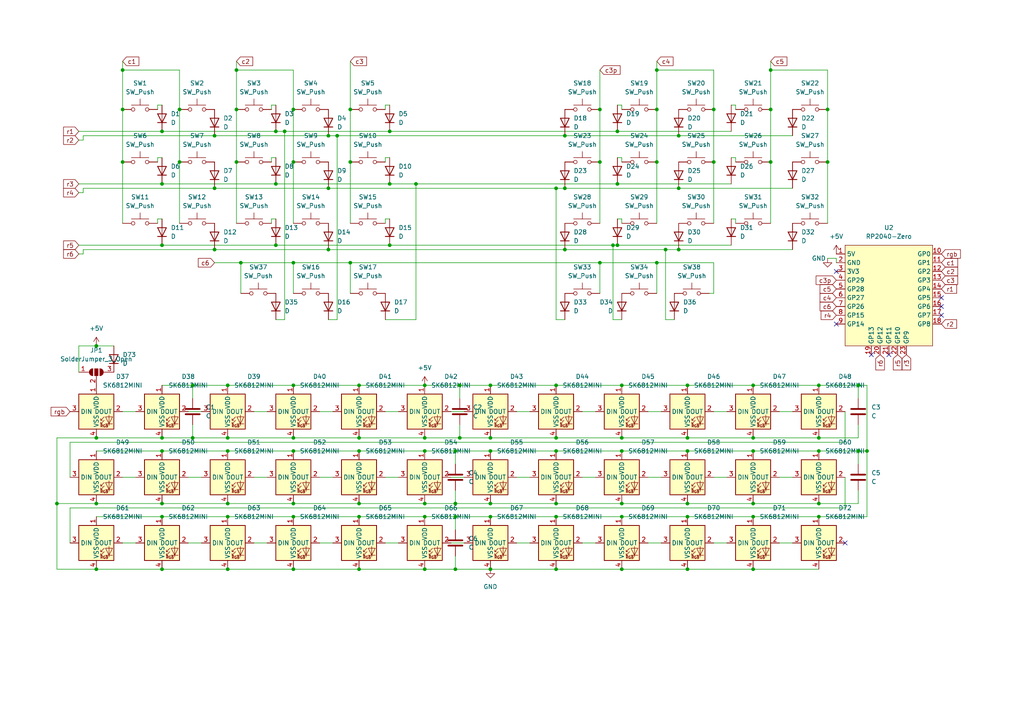
<source format=kicad_sch>
(kicad_sch (version 20230121) (generator eeschema)
  (paper "A4")
  (junction (at 223.52 20.32))
  (junction (at 199.39 127))
  (junction (at 55.88 127))
  (junction (at 190.5 76.2))
  (junction (at 223.52 46.99))
  (junction (at 179.07 53.34))
  (junction (at 123.19 111.76))
  (junction (at 218.44 130.81))
  (junction (at 196.85 54.61))
  (junction (at 66.04 127))
  (junction (at 35.56 46.99))
  (junction (at 66.04 146.05))
  (junction (at 142.24 111.76))
  (junction (at 132.08 146.05))
  (junction (at 142.24 149.86))
  (junction (at 177.8 71.12))
  (junction (at 161.29 149.86))
  (junction (at 173.99 46.99))
  (junction (at 180.34 149.86))
  (junction (at 52.07 46.99))
  (junction (at 52.07 31.75))
  (junction (at 161.29 130.81))
  (junction (at 237.49 127))
  (junction (at 27.94 146.05))
  (junction (at 161.29 127))
  (junction (at 35.56 31.75))
  (junction (at 180.34 146.05))
  (junction (at 62.23 54.61))
  (junction (at 142.24 165.1))
  (junction (at 46.99 146.05))
  (junction (at 113.03 53.34))
  (junction (at 66.04 165.1))
  (junction (at 85.09 76.2))
  (junction (at 180.34 130.81))
  (junction (at 248.92 130.81))
  (junction (at 199.39 165.1))
  (junction (at 142.24 130.81))
  (junction (at 123.19 165.1))
  (junction (at 85.09 130.81))
  (junction (at 104.14 149.86))
  (junction (at 46.99 53.34))
  (junction (at 68.58 46.99))
  (junction (at 66.04 149.86))
  (junction (at 161.29 146.05))
  (junction (at 223.52 31.75))
  (junction (at 173.99 31.75))
  (junction (at 66.04 111.76))
  (junction (at 251.46 130.81))
  (junction (at 248.92 111.76))
  (junction (at 62.23 39.37))
  (junction (at 85.09 31.75))
  (junction (at 196.85 72.39))
  (junction (at 133.35 127))
  (junction (at 80.01 71.12))
  (junction (at 218.44 146.05))
  (junction (at 190.5 46.99))
  (junction (at 190.5 31.75))
  (junction (at 97.79 39.37))
  (junction (at 104.14 127))
  (junction (at 16.51 146.05))
  (junction (at 95.25 39.37))
  (junction (at 161.29 165.1))
  (junction (at 46.99 38.1))
  (junction (at 179.07 38.1))
  (junction (at 199.39 111.76))
  (junction (at 163.83 54.61))
  (junction (at 237.49 149.86))
  (junction (at 95.25 54.61))
  (junction (at 85.09 165.1))
  (junction (at 46.99 149.86))
  (junction (at 123.19 149.86))
  (junction (at 142.24 127))
  (junction (at 132.08 165.1))
  (junction (at 207.01 46.99))
  (junction (at 163.83 39.37))
  (junction (at 80.01 38.1))
  (junction (at 113.03 38.1))
  (junction (at 190.5 20.32))
  (junction (at 218.44 111.76))
  (junction (at 180.34 127))
  (junction (at 120.65 53.34))
  (junction (at 46.99 71.12))
  (junction (at 237.49 146.05))
  (junction (at 196.85 39.37))
  (junction (at 193.04 72.39))
  (junction (at 27.94 100.33))
  (junction (at 85.09 146.05))
  (junction (at 173.99 76.2))
  (junction (at 101.6 31.75))
  (junction (at 27.94 165.1))
  (junction (at 68.58 31.75))
  (junction (at 85.09 111.76))
  (junction (at 199.39 146.05))
  (junction (at 27.94 127))
  (junction (at 104.14 111.76))
  (junction (at 68.58 20.32))
  (junction (at 237.49 130.81))
  (junction (at 69.85 76.2))
  (junction (at 85.09 46.99))
  (junction (at 123.19 146.05))
  (junction (at 132.08 130.81))
  (junction (at 180.34 165.1))
  (junction (at 123.19 127))
  (junction (at 163.83 72.39))
  (junction (at 85.09 127))
  (junction (at 95.25 72.39))
  (junction (at 104.14 146.05))
  (junction (at 104.14 130.81))
  (junction (at 35.56 20.32))
  (junction (at 161.29 111.76))
  (junction (at 46.99 165.1))
  (junction (at 240.03 31.75))
  (junction (at 199.39 149.86))
  (junction (at 113.03 71.12))
  (junction (at 62.23 72.39))
  (junction (at 123.19 130.81))
  (junction (at 46.99 127))
  (junction (at 218.44 127))
  (junction (at 133.35 111.76))
  (junction (at 82.55 38.1))
  (junction (at 142.24 146.05))
  (junction (at 218.44 165.1))
  (junction (at 240.03 46.99))
  (junction (at 199.39 130.81))
  (junction (at 46.99 130.81))
  (junction (at 66.04 130.81))
  (junction (at 80.01 53.34))
  (junction (at 237.49 111.76))
  (junction (at 55.88 111.76))
  (junction (at 207.01 31.75))
  (junction (at 218.44 149.86))
  (junction (at 132.08 149.86))
  (junction (at 101.6 46.99))
  (junction (at 180.34 111.76))
  (junction (at 179.07 71.12))
  (junction (at 104.14 165.1))
  (junction (at 101.6 76.2))
  (junction (at 85.09 149.86))
  (junction (at 161.29 54.61))
  (no_connect (at 257.81 102.87))
  (no_connect (at 242.57 93.98))
  (no_connect (at 273.05 91.44))
  (no_connect (at 273.05 86.36))
  (no_connect (at 242.57 78.74))
  (no_connect (at 273.05 88.9))
  (no_connect (at 245.11 157.48))
  (no_connect (at 252.73 102.87))
  (wire (pts (xy 111.76 138.43) (xy 115.57 138.43)))
  (wire (pts (xy 46.99 111.76) (xy 55.88 111.76)))
  (wire (pts (xy 248.92 146.05) (xy 237.49 146.05)))
  (wire (pts (xy 142.24 127) (xy 133.35 127)))
  (wire (pts (xy 161.29 130.81) (xy 180.34 130.81)))
  (wire (pts (xy 190.5 76.2) (xy 207.01 76.2)))
  (wire (pts (xy 80.01 71.12) (xy 113.03 71.12)))
  (wire (pts (xy 22.86 38.1) (xy 46.99 38.1)))
  (wire (pts (xy 20.32 147.32) (xy 20.32 157.48)))
  (wire (pts (xy 240.03 20.32) (xy 240.03 31.75)))
  (wire (pts (xy 45.72 30.48) (xy 46.99 30.48)))
  (wire (pts (xy 85.09 127) (xy 66.04 127)))
  (wire (pts (xy 62.23 54.61) (xy 95.25 54.61)))
  (wire (pts (xy 85.09 31.75) (xy 85.09 46.99)))
  (wire (pts (xy 111.76 46.99) (xy 111.76 45.72)))
  (wire (pts (xy 120.65 53.34) (xy 120.65 92.71)))
  (wire (pts (xy 104.14 130.81) (xy 123.19 130.81)))
  (wire (pts (xy 212.09 63.5) (xy 213.36 63.5)))
  (wire (pts (xy 196.85 54.61) (xy 229.87 54.61)))
  (wire (pts (xy 237.49 149.86) (xy 251.46 149.86)))
  (wire (pts (xy 78.74 64.77) (xy 78.74 63.5)))
  (wire (pts (xy 35.56 157.48) (xy 39.37 157.48)))
  (wire (pts (xy 223.52 17.78) (xy 223.52 20.32)))
  (wire (pts (xy 27.94 130.81) (xy 46.99 130.81)))
  (wire (pts (xy 161.29 111.76) (xy 180.34 111.76)))
  (wire (pts (xy 62.23 39.37) (xy 95.25 39.37)))
  (wire (pts (xy 242.57 74.93) (xy 242.57 76.2)))
  (wire (pts (xy 130.81 119.38) (xy 134.62 119.38)))
  (wire (pts (xy 101.6 76.2) (xy 173.99 76.2)))
  (wire (pts (xy 149.86 157.48) (xy 153.67 157.48)))
  (wire (pts (xy 163.83 72.39) (xy 193.04 72.39)))
  (wire (pts (xy 163.83 92.71) (xy 161.29 92.71)))
  (wire (pts (xy 16.51 146.05) (xy 27.94 146.05)))
  (wire (pts (xy 92.71 119.38) (xy 96.52 119.38)))
  (wire (pts (xy 130.81 157.48) (xy 134.62 157.48)))
  (wire (pts (xy 16.51 146.05) (xy 16.51 165.1)))
  (wire (pts (xy 78.74 45.72) (xy 80.01 45.72)))
  (wire (pts (xy 248.92 130.81) (xy 251.46 130.81)))
  (wire (pts (xy 248.92 111.76) (xy 251.46 111.76)))
  (wire (pts (xy 120.65 53.34) (xy 179.07 53.34)))
  (wire (pts (xy 133.35 111.76) (xy 142.24 111.76)))
  (wire (pts (xy 149.86 138.43) (xy 153.67 138.43)))
  (wire (pts (xy 27.94 146.05) (xy 46.99 146.05)))
  (wire (pts (xy 161.29 165.1) (xy 180.34 165.1)))
  (wire (pts (xy 101.6 76.2) (xy 101.6 85.09)))
  (wire (pts (xy 142.24 146.05) (xy 161.29 146.05)))
  (wire (pts (xy 196.85 39.37) (xy 229.87 39.37)))
  (wire (pts (xy 92.71 157.48) (xy 96.52 157.48)))
  (wire (pts (xy 82.55 38.1) (xy 113.03 38.1)))
  (wire (pts (xy 92.71 138.43) (xy 96.52 138.43)))
  (wire (pts (xy 85.09 76.2) (xy 85.09 85.09)))
  (wire (pts (xy 80.01 38.1) (xy 82.55 38.1)))
  (wire (pts (xy 16.51 127) (xy 16.51 146.05)))
  (wire (pts (xy 199.39 127) (xy 180.34 127)))
  (wire (pts (xy 218.44 130.81) (xy 237.49 130.81)))
  (wire (pts (xy 66.04 165.1) (xy 85.09 165.1)))
  (wire (pts (xy 179.07 45.72) (xy 180.34 45.72)))
  (wire (pts (xy 69.85 76.2) (xy 69.85 85.09)))
  (wire (pts (xy 132.08 149.86) (xy 132.08 153.67)))
  (wire (pts (xy 35.56 46.99) (xy 35.56 64.77)))
  (wire (pts (xy 66.04 111.76) (xy 85.09 111.76)))
  (wire (pts (xy 237.49 111.76) (xy 248.92 111.76)))
  (wire (pts (xy 161.29 54.61) (xy 163.83 54.61)))
  (wire (pts (xy 22.86 55.88) (xy 24.13 55.88)))
  (wire (pts (xy 179.07 38.1) (xy 212.09 38.1)))
  (wire (pts (xy 173.99 46.99) (xy 173.99 64.77)))
  (wire (pts (xy 104.14 149.86) (xy 85.09 149.86)))
  (wire (pts (xy 190.5 46.99) (xy 190.5 64.77)))
  (wire (pts (xy 180.34 146.05) (xy 199.39 146.05)))
  (wire (pts (xy 180.34 45.72) (xy 180.34 46.99)))
  (wire (pts (xy 104.14 111.76) (xy 123.19 111.76)))
  (wire (pts (xy 101.6 31.75) (xy 101.6 46.99)))
  (wire (pts (xy 226.06 138.43) (xy 229.87 138.43)))
  (wire (pts (xy 24.13 73.66) (xy 24.13 72.39)))
  (wire (pts (xy 113.03 38.1) (xy 179.07 38.1)))
  (wire (pts (xy 68.58 17.78) (xy 68.58 20.32)))
  (wire (pts (xy 68.58 31.75) (xy 68.58 46.99)))
  (wire (pts (xy 168.91 157.48) (xy 172.72 157.48)))
  (wire (pts (xy 35.56 31.75) (xy 35.56 46.99)))
  (wire (pts (xy 180.34 165.1) (xy 199.39 165.1)))
  (wire (pts (xy 45.72 63.5) (xy 46.99 63.5)))
  (wire (pts (xy 245.11 119.38) (xy 245.11 128.27)))
  (wire (pts (xy 248.92 111.76) (xy 248.92 115.57)))
  (wire (pts (xy 111.76 63.5) (xy 113.03 63.5)))
  (wire (pts (xy 66.04 146.05) (xy 85.09 146.05)))
  (wire (pts (xy 193.04 92.71) (xy 195.58 92.71)))
  (wire (pts (xy 123.19 127) (xy 104.14 127)))
  (wire (pts (xy 133.35 123.19) (xy 133.35 127)))
  (wire (pts (xy 251.46 130.81) (xy 251.46 149.86)))
  (wire (pts (xy 68.58 46.99) (xy 68.58 64.77)))
  (wire (pts (xy 142.24 149.86) (xy 132.08 149.86)))
  (wire (pts (xy 54.61 119.38) (xy 58.42 119.38)))
  (wire (pts (xy 22.86 71.12) (xy 46.99 71.12)))
  (wire (pts (xy 101.6 17.78) (xy 101.6 31.75)))
  (wire (pts (xy 78.74 30.48) (xy 80.01 30.48)))
  (wire (pts (xy 212.09 45.72) (xy 213.36 45.72)))
  (wire (pts (xy 82.55 38.1) (xy 82.55 92.71)))
  (wire (pts (xy 180.34 63.5) (xy 180.34 64.77)))
  (wire (pts (xy 237.49 130.81) (xy 248.92 130.81)))
  (wire (pts (xy 207.01 20.32) (xy 207.01 31.75)))
  (wire (pts (xy 173.99 20.32) (xy 173.99 31.75)))
  (wire (pts (xy 240.03 31.75) (xy 240.03 46.99)))
  (wire (pts (xy 130.81 138.43) (xy 134.62 138.43)))
  (wire (pts (xy 132.08 130.81) (xy 132.08 134.62)))
  (wire (pts (xy 168.91 138.43) (xy 172.72 138.43)))
  (wire (pts (xy 24.13 72.39) (xy 62.23 72.39)))
  (wire (pts (xy 245.11 147.32) (xy 20.32 147.32)))
  (wire (pts (xy 248.92 127) (xy 248.92 123.19)))
  (wire (pts (xy 223.52 20.32) (xy 223.52 31.75)))
  (wire (pts (xy 248.92 130.81) (xy 248.92 134.62)))
  (wire (pts (xy 80.01 92.71) (xy 82.55 92.71)))
  (wire (pts (xy 142.24 111.76) (xy 161.29 111.76)))
  (wire (pts (xy 22.86 107.95) (xy 22.86 100.33)))
  (wire (pts (xy 111.76 92.71) (xy 120.65 92.71)))
  (wire (pts (xy 207.01 138.43) (xy 210.82 138.43)))
  (wire (pts (xy 161.29 92.71) (xy 161.29 54.61)))
  (wire (pts (xy 46.99 38.1) (xy 80.01 38.1)))
  (wire (pts (xy 190.5 20.32) (xy 190.5 31.75)))
  (wire (pts (xy 104.14 146.05) (xy 123.19 146.05)))
  (wire (pts (xy 55.88 111.76) (xy 66.04 111.76)))
  (wire (pts (xy 73.66 157.48) (xy 77.47 157.48)))
  (wire (pts (xy 240.03 74.93) (xy 242.57 74.93)))
  (wire (pts (xy 80.01 53.34) (xy 113.03 53.34)))
  (wire (pts (xy 193.04 72.39) (xy 196.85 72.39)))
  (wire (pts (xy 85.09 20.32) (xy 85.09 31.75)))
  (wire (pts (xy 213.36 30.48) (xy 213.36 31.75)))
  (wire (pts (xy 199.39 130.81) (xy 218.44 130.81)))
  (wire (pts (xy 179.07 63.5) (xy 180.34 63.5)))
  (wire (pts (xy 55.88 123.19) (xy 55.88 127)))
  (wire (pts (xy 85.09 111.76) (xy 104.14 111.76)))
  (wire (pts (xy 180.34 111.76) (xy 199.39 111.76)))
  (wire (pts (xy 207.01 46.99) (xy 207.01 64.77)))
  (wire (pts (xy 22.86 73.66) (xy 24.13 73.66)))
  (wire (pts (xy 46.99 146.05) (xy 66.04 146.05)))
  (wire (pts (xy 142.24 130.81) (xy 161.29 130.81)))
  (wire (pts (xy 237.49 127) (xy 248.92 127)))
  (wire (pts (xy 20.32 128.27) (xy 20.32 138.43)))
  (wire (pts (xy 207.01 31.75) (xy 207.01 46.99)))
  (wire (pts (xy 78.74 31.75) (xy 78.74 30.48)))
  (wire (pts (xy 24.13 39.37) (xy 62.23 39.37)))
  (wire (pts (xy 248.92 142.24) (xy 248.92 146.05)))
  (wire (pts (xy 251.46 130.81) (xy 251.46 111.76)))
  (wire (pts (xy 22.86 53.34) (xy 46.99 53.34)))
  (wire (pts (xy 24.13 54.61) (xy 62.23 54.61)))
  (wire (pts (xy 95.25 72.39) (xy 163.83 72.39)))
  (wire (pts (xy 133.35 111.76) (xy 133.35 115.57)))
  (wire (pts (xy 111.76 30.48) (xy 113.03 30.48)))
  (wire (pts (xy 123.19 165.1) (xy 132.08 165.1)))
  (wire (pts (xy 190.5 17.78) (xy 190.5 20.32)))
  (wire (pts (xy 218.44 149.86) (xy 199.39 149.86)))
  (wire (pts (xy 218.44 111.76) (xy 237.49 111.76)))
  (wire (pts (xy 113.03 71.12) (xy 177.8 71.12)))
  (wire (pts (xy 101.6 46.99) (xy 101.6 64.77)))
  (wire (pts (xy 16.51 165.1) (xy 27.94 165.1)))
  (wire (pts (xy 237.49 127) (xy 218.44 127)))
  (wire (pts (xy 85.09 130.81) (xy 104.14 130.81)))
  (wire (pts (xy 223.52 46.99) (xy 223.52 64.77)))
  (wire (pts (xy 24.13 55.88) (xy 24.13 54.61)))
  (wire (pts (xy 73.66 138.43) (xy 77.47 138.43)))
  (wire (pts (xy 46.99 130.81) (xy 66.04 130.81)))
  (wire (pts (xy 180.34 149.86) (xy 161.29 149.86)))
  (wire (pts (xy 78.74 46.99) (xy 78.74 45.72)))
  (wire (pts (xy 190.5 76.2) (xy 190.5 85.09)))
  (wire (pts (xy 35.56 20.32) (xy 35.56 31.75)))
  (wire (pts (xy 54.61 157.48) (xy 58.42 157.48)))
  (wire (pts (xy 27.94 100.33) (xy 33.02 100.33)))
  (wire (pts (xy 223.52 31.75) (xy 223.52 46.99)))
  (wire (pts (xy 180.34 127) (xy 161.29 127)))
  (wire (pts (xy 190.5 31.75) (xy 190.5 46.99)))
  (wire (pts (xy 35.56 119.38) (xy 39.37 119.38)))
  (wire (pts (xy 132.08 161.29) (xy 132.08 165.1)))
  (wire (pts (xy 132.08 142.24) (xy 132.08 146.05)))
  (wire (pts (xy 132.08 130.81) (xy 142.24 130.81)))
  (wire (pts (xy 223.52 20.32) (xy 240.03 20.32)))
  (wire (pts (xy 111.76 31.75) (xy 111.76 30.48)))
  (wire (pts (xy 46.99 71.12) (xy 80.01 71.12)))
  (wire (pts (xy 207.01 119.38) (xy 210.82 119.38)))
  (wire (pts (xy 45.72 45.72) (xy 46.99 45.72)))
  (wire (pts (xy 163.83 54.61) (xy 196.85 54.61)))
  (wire (pts (xy 213.36 45.72) (xy 213.36 46.99)))
  (wire (pts (xy 212.09 30.48) (xy 213.36 30.48)))
  (wire (pts (xy 177.8 71.12) (xy 179.07 71.12)))
  (wire (pts (xy 62.23 72.39) (xy 95.25 72.39)))
  (wire (pts (xy 66.04 130.81) (xy 85.09 130.81)))
  (wire (pts (xy 52.07 31.75) (xy 52.07 46.99)))
  (wire (pts (xy 173.99 76.2) (xy 173.99 85.09)))
  (wire (pts (xy 123.19 111.76) (xy 133.35 111.76)))
  (wire (pts (xy 85.09 146.05) (xy 104.14 146.05)))
  (wire (pts (xy 218.44 146.05) (xy 237.49 146.05)))
  (wire (pts (xy 85.09 76.2) (xy 101.6 76.2)))
  (wire (pts (xy 196.85 72.39) (xy 229.87 72.39)))
  (wire (pts (xy 20.32 128.27) (xy 245.11 128.27)))
  (wire (pts (xy 45.72 31.75) (xy 45.72 30.48)))
  (wire (pts (xy 95.25 92.71) (xy 97.79 92.71)))
  (wire (pts (xy 54.61 138.43) (xy 58.42 138.43)))
  (wire (pts (xy 66.04 149.86) (xy 46.99 149.86)))
  (wire (pts (xy 113.03 53.34) (xy 120.65 53.34)))
  (wire (pts (xy 133.35 127) (xy 123.19 127)))
  (wire (pts (xy 245.11 138.43) (xy 245.11 147.32)))
  (wire (pts (xy 27.94 165.1) (xy 46.99 165.1)))
  (wire (pts (xy 24.13 40.64) (xy 24.13 39.37)))
  (wire (pts (xy 199.39 149.86) (xy 180.34 149.86)))
  (wire (pts (xy 68.58 20.32) (xy 68.58 31.75)))
  (wire (pts (xy 161.29 146.05) (xy 180.34 146.05)))
  (wire (pts (xy 179.07 71.12) (xy 212.09 71.12)))
  (wire (pts (xy 149.86 119.38) (xy 153.67 119.38)))
  (wire (pts (xy 52.07 20.32) (xy 52.07 31.75)))
  (wire (pts (xy 46.99 127) (xy 27.94 127)))
  (wire (pts (xy 132.08 146.05) (xy 142.24 146.05)))
  (wire (pts (xy 45.72 64.77) (xy 45.72 63.5)))
  (wire (pts (xy 187.96 157.48) (xy 191.77 157.48)))
  (wire (pts (xy 190.5 20.32) (xy 207.01 20.32)))
  (wire (pts (xy 62.23 76.2) (xy 69.85 76.2)))
  (wire (pts (xy 78.74 63.5) (xy 80.01 63.5)))
  (wire (pts (xy 177.8 71.12) (xy 177.8 92.71)))
  (wire (pts (xy 104.14 165.1) (xy 123.19 165.1)))
  (wire (pts (xy 132.08 165.1) (xy 142.24 165.1)))
  (wire (pts (xy 207.01 157.48) (xy 210.82 157.48)))
  (wire (pts (xy 68.58 20.32) (xy 85.09 20.32)))
  (wire (pts (xy 177.8 92.71) (xy 180.34 92.71)))
  (wire (pts (xy 45.72 46.99) (xy 45.72 45.72)))
  (wire (pts (xy 123.19 149.86) (xy 104.14 149.86)))
  (wire (pts (xy 85.09 165.1) (xy 104.14 165.1)))
  (wire (pts (xy 46.99 165.1) (xy 66.04 165.1)))
  (wire (pts (xy 97.79 39.37) (xy 163.83 39.37)))
  (wire (pts (xy 218.44 165.1) (xy 237.49 165.1)))
  (wire (pts (xy 111.76 157.48) (xy 115.57 157.48)))
  (wire (pts (xy 104.14 127) (xy 85.09 127)))
  (wire (pts (xy 35.56 138.43) (xy 39.37 138.43)))
  (wire (pts (xy 187.96 119.38) (xy 191.77 119.38)))
  (wire (pts (xy 213.36 63.5) (xy 213.36 64.77)))
  (wire (pts (xy 237.49 149.86) (xy 218.44 149.86)))
  (wire (pts (xy 199.39 165.1) (xy 218.44 165.1)))
  (wire (pts (xy 173.99 76.2) (xy 190.5 76.2)))
  (wire (pts (xy 193.04 72.39) (xy 193.04 92.71)))
  (wire (pts (xy 55.88 111.76) (xy 55.88 115.57)))
  (wire (pts (xy 85.09 46.99) (xy 85.09 64.77)))
  (wire (pts (xy 35.56 17.78) (xy 35.56 20.32)))
  (wire (pts (xy 240.03 46.99) (xy 240.03 64.77)))
  (wire (pts (xy 163.83 39.37) (xy 196.85 39.37)))
  (wire (pts (xy 199.39 146.05) (xy 218.44 146.05)))
  (wire (pts (xy 52.07 46.99) (xy 52.07 64.77)))
  (wire (pts (xy 55.88 127) (xy 46.99 127)))
  (wire (pts (xy 218.44 127) (xy 199.39 127)))
  (wire (pts (xy 97.79 39.37) (xy 97.79 92.71)))
  (wire (pts (xy 27.94 127) (xy 16.51 127)))
  (wire (pts (xy 73.66 119.38) (xy 77.47 119.38)))
  (wire (pts (xy 168.91 119.38) (xy 172.72 119.38)))
  (wire (pts (xy 35.56 20.32) (xy 52.07 20.32)))
  (wire (pts (xy 142.24 165.1) (xy 161.29 165.1)))
  (wire (pts (xy 95.25 39.37) (xy 97.79 39.37)))
  (wire (pts (xy 22.86 40.64) (xy 24.13 40.64)))
  (wire (pts (xy 95.25 54.61) (xy 161.29 54.61)))
  (wire (pts (xy 226.06 157.48) (xy 229.87 157.48)))
  (wire (pts (xy 180.34 130.81) (xy 199.39 130.81)))
  (wire (pts (xy 161.29 127) (xy 142.24 127)))
  (wire (pts (xy 46.99 53.34) (xy 80.01 53.34)))
  (wire (pts (xy 85.09 149.86) (xy 66.04 149.86)))
  (wire (pts (xy 123.19 146.05) (xy 132.08 146.05)))
  (wire (pts (xy 199.39 111.76) (xy 218.44 111.76)))
  (wire (pts (xy 205.74 85.09) (xy 207.01 85.09)))
  (wire (pts (xy 207.01 76.2) (xy 207.01 85.09)))
  (wire (pts (xy 22.86 100.33) (xy 27.94 100.33)))
  (wire (pts (xy 66.04 127) (xy 55.88 127)))
  (wire (pts (xy 123.19 130.81) (xy 132.08 130.81)))
  (wire (pts (xy 179.07 30.48) (xy 180.34 30.48)))
  (wire (pts (xy 46.99 149.86) (xy 27.94 149.86)))
  (wire (pts (xy 111.76 64.77) (xy 111.76 63.5)))
  (wire (pts (xy 179.07 53.34) (xy 212.09 53.34)))
  (wire (pts (xy 180.34 30.48) (xy 180.34 31.75)))
  (wire (pts (xy 187.96 138.43) (xy 191.77 138.43)))
  (wire (pts (xy 111.76 119.38) (xy 115.57 119.38)))
  (wire (pts (xy 161.29 149.86) (xy 142.24 149.86)))
  (wire (pts (xy 111.76 45.72) (xy 113.03 45.72)))
  (wire (pts (xy 173.99 31.75) (xy 173.99 46.99)))
  (wire (pts (xy 226.06 119.38) (xy 229.87 119.38)))
  (wire (pts (xy 69.85 76.2) (xy 85.09 76.2)))
  (wire (pts (xy 132.08 149.86) (xy 123.19 149.86)))
  (global_label "rgb" (shape input) (at 20.32 119.38 180) (property "Intersheetrefs" "${INTERSHEET_REFS}" (effects hide)))
  (global_label "r6" (shape input) (at 255.27 102.87 270) (property "Intersheetrefs" "${INTERSHEET_REFS}" (effects hide)))
  (global_label "c4" (shape input) (at 190.5 17.78 0) (property "Intersheetrefs" "${INTERSHEET_REFS}" (effects hide)))
  (global_label "c6" (shape input) (at 242.57 88.9 180) (property "Intersheetrefs" "${INTERSHEET_REFS}" (effects hide)))
  (global_label "r6" (shape input) (at 22.86 73.66 180) (property "Intersheetrefs" "${INTERSHEET_REFS}" (effects hide)))
  (global_label "c5" (shape input) (at 242.57 83.82 180) (property "Intersheetrefs" "${INTERSHEET_REFS}" (effects hide)))
  (global_label "r2" (shape input) (at 22.86 40.64 180) (property "Intersheetrefs" "${INTERSHEET_REFS}" (effects hide)))
  (global_label "c5" (shape input) (at 223.52 17.78 0) (property "Intersheetrefs" "${INTERSHEET_REFS}" (effects hide)))
  (global_label "c1" (shape input) (at 35.56 17.78 0) (property "Intersheetrefs" "${INTERSHEET_REFS}" (effects hide)))
  (global_label "r2" (shape input) (at 273.05 93.98 0) (property "Intersheetrefs" "${INTERSHEET_REFS}" (effects hide)))
  (global_label "r4" (shape input) (at 22.86 55.88 180) (property "Intersheetrefs" "${INTERSHEET_REFS}" (effects hide)))
  (global_label "r1" (shape input) (at 273.05 83.82 0) (property "Intersheetrefs" "${INTERSHEET_REFS}" (effects hide)))
  (global_label "c1" (shape input) (at 273.05 76.2 0) (property "Intersheetrefs" "${INTERSHEET_REFS}" (effects hide)))
  (global_label "r3" (shape input) (at 22.86 53.34 180) (property "Intersheetrefs" "${INTERSHEET_REFS}" (effects hide)))
  (global_label "c2" (shape input) (at 68.58 17.78 0) (property "Intersheetrefs" "${INTERSHEET_REFS}" (effects hide)))
  (global_label "c3p" (shape input) (at 242.57 81.28 180) (property "Intersheetrefs" "${INTERSHEET_REFS}" (effects hide)))
  (global_label "c3p" (shape input) (at 173.99 20.32 0) (property "Intersheetrefs" "${INTERSHEET_REFS}" (effects hide)))
  (global_label "r4" (shape input) (at 242.57 91.44 180) (property "Intersheetrefs" "${INTERSHEET_REFS}" (effects hide)))
  (global_label "c6" (shape input) (at 62.23 76.2 180) (property "Intersheetrefs" "${INTERSHEET_REFS}" (effects hide)))
  (global_label "r1" (shape input) (at 22.86 38.1 180) (property "Intersheetrefs" "${INTERSHEET_REFS}" (effects hide)))
  (global_label "r5" (shape input) (at 22.86 71.12 180) (property "Intersheetrefs" "${INTERSHEET_REFS}" (effects hide)))
  (global_label "c3" (shape input) (at 101.6 17.78 0) (property "Intersheetrefs" "${INTERSHEET_REFS}" (effects hide)))
  (global_label "r3" (shape input) (at 262.89 102.87 270) (property "Intersheetrefs" "${INTERSHEET_REFS}" (effects hide)))
  (global_label "r5" (shape input) (at 260.35 102.87 270) (property "Intersheetrefs" "${INTERSHEET_REFS}" (effects hide)))
  (global_label "c3" (shape input) (at 273.05 81.28 0) (property "Intersheetrefs" "${INTERSHEET_REFS}" (effects hide)))
  (global_label "rgb" (shape input) (at 273.05 73.66 0) (property "Intersheetrefs" "${INTERSHEET_REFS}" (effects hide)))
  (global_label "c4" (shape input) (at 242.57 86.36 180) (property "Intersheetrefs" "${INTERSHEET_REFS}" (effects hide)))
  (global_label "c2" (shape input) (at 273.05 78.74 0) (property "Intersheetrefs" "${INTERSHEET_REFS}" (effects hide)))
  (symbol (lib_id "PCM_marbastlib-various:SK6812MINI-E") (at 46.99 119.38 0) (unit 1)
    (property "Reference" "D38" (at 54.61 109.22 0))
    (property "Value" "SK6812MINI" (at 54.61 111.76 0))
    (property "Footprint" "PCM_marbastlib-various:LED_6028R" (effects hide))
    (property "Datasheet" "https://cdn-shop.adafruit.com/product-files/2686/SK6812MINI_REV.01-1-2.pdf" (effects hide))
  )
  (symbol (lib_id "Device:D") (at 46.99 67.31 90) (unit 1)
    (property "Reference" "D11" (at 49.53 66.04 90) (effects (justify right)))
    (property "Value" "D" (at 49.53 68.58 90) (effects (justify right)))
    (property "Footprint" "Diode_SMD:D_SOD-123" (effects hide))
    (property "Sim.Device" "D" (effects hide))
    (property "Sim.Pins" "1=K 2=A" (effects hide))
  )
  (symbol (lib_id "Switch:SW_Push") (at 90.17 85.09 0) (unit 1)
    (property "Reference" "SW16" (at 90.17 77.47 0))
    (property "Value" "SW_Push" (at 90.17 80.01 0))
    (property "Footprint" "s-ol:PG1350_hotswap" (effects hide))
  )
  (symbol (lib_id "Switch:SW_Push") (at 106.68 46.99 0) (unit 1)
    (property "Reference" "SW10" (at 106.68 39.37 0))
    (property "Value" "SW_Push" (at 106.68 41.91 0))
    (property "Footprint" "s-ol:PG1350_hotswap" (effects hide))
  )
  (symbol (lib_id "PCM_marbastlib-various:SK6812MINI-E") (at 123.19 138.43 0) (unit 1)
    (property "Reference" "D54" (at 130.81 128.27 0))
    (property "Value" "SK6812MINI" (at 130.81 130.81 0))
    (property "Footprint" "PCM_marbastlib-various:LED_6028R" (effects hide))
    (property "Datasheet" "https://cdn-shop.adafruit.com/product-files/2686/SK6812MINI_REV.01-1-2.pdf" (effects hide))
  )
  (symbol (lib_id "Device:C") (at 132.08 138.43 0) (unit 1)
    (property "Reference" "C4" (at 135.89 137.16 0) (effects (justify left)))
    (property "Value" "C" (at 135.89 139.7 0) (effects (justify left)))
    (property "Footprint" "Capacitor_SMD:C_0603_1608Metric_Pad1.08x0.95mm_HandSolder" (effects hide))
  )
  (symbol (lib_id "Device:D") (at 95.25 88.9 90) (unit 1)
    (property "Reference" "D16" (at 97.79 87.63 90) (effects (justify right)))
    (property "Value" "D" (at 97.79 90.17 90) (effects (justify right)))
    (property "Footprint" "Diode_SMD:D_SOD-123" (effects hide))
    (property "Sim.Device" "D" (effects hide))
    (property "Sim.Pins" "1=K 2=A" (effects hide))
  )
  (symbol (lib_id "Device:D") (at 229.87 35.56 90) (unit 1)
    (property "Reference" "D22" (at 232.41 34.29 90) (effects (justify right)))
    (property "Value" "D" (at 232.41 36.83 90) (effects (justify right)))
    (property "Footprint" "Diode_SMD:D_SOD-123" (effects hide))
    (property "Sim.Device" "D" (effects hide))
    (property "Sim.Pins" "1=K 2=A" (effects hide))
  )
  (symbol (lib_id "Switch:SW_Push") (at 168.91 85.09 0) (unit 1)
    (property "Reference" "SW33" (at 168.91 77.47 0))
    (property "Value" "SW_Push" (at 168.91 80.01 0))
    (property "Footprint" "s-ol:PG1350_hotswap" (effects hide))
  )
  (symbol (lib_id "Switch:SW_Push") (at 218.44 46.99 0) (unit 1)
    (property "Reference" "SW26" (at 218.44 39.37 0))
    (property "Value" "SW_Push" (at 218.44 41.91 0))
    (property "Footprint" "s-ol:PG1350_hotswap" (effects hide))
  )
  (symbol (lib_id "Device:D") (at 46.99 49.53 90) (unit 1)
    (property "Reference" "D6" (at 49.53 48.26 90) (effects (justify right)))
    (property "Value" "D" (at 49.53 50.8 90) (effects (justify right)))
    (property "Footprint" "Diode_SMD:D_SOD-123" (effects hide))
    (property "Sim.Device" "D" (effects hide))
    (property "Sim.Pins" "1=K 2=A" (effects hide))
  )
  (symbol (lib_id "PCM_marbastlib-various:SK6812MINI-E") (at 27.94 138.43 0) (unit 1)
    (property "Reference" "D49" (at 35.56 128.27 0))
    (property "Value" "SK6812MINI" (at 35.56 130.81 0))
    (property "Footprint" "PCM_marbastlib-various:LED_6028R" (effects hide))
    (property "Datasheet" "https://cdn-shop.adafruit.com/product-files/2686/SK6812MINI_REV.01-1-2.pdf" (effects hide))
  )
  (symbol (lib_id "Device:D") (at 95.25 50.8 90) (unit 1)
    (property "Reference" "D9" (at 97.79 49.53 90) (effects (justify right)))
    (property "Value" "D" (at 97.79 52.07 90) (effects (justify right)))
    (property "Footprint" "Diode_SMD:D_SOD-123" (effects hide))
    (property "Sim.Device" "D" (effects hide))
    (property "Sim.Pins" "1=K 2=A" (effects hide))
  )
  (symbol (lib_id "RP2040-Zero:RP2040-Zero") (at 257.81 78.74 0) (unit 1)
    (property "Reference" "U2" (at 257.81 66.04 0))
    (property "Value" "RP2040-Zero" (at 257.81 68.58 0))
    (property "Footprint" "RP2040-Zero:RP2040 Zero" (effects hide))
  )
  (symbol (lib_id "Device:D") (at 179.07 34.29 90) (unit 1)
    (property "Reference" "D19" (at 181.61 33.02 90) (effects (justify right)))
    (property "Value" "D" (at 181.61 35.56 90) (effects (justify right)))
    (property "Footprint" "Diode_SMD:D_SOD-123" (effects hide))
    (property "Sim.Device" "D" (effects hide))
    (property "Sim.Pins" "1=K 2=A" (effects hide))
  )
  (symbol (lib_id "PCM_marbastlib-various:SK6812MINI-E") (at 218.44 138.43 0) (unit 1)
    (property "Reference" "D59" (at 226.06 128.27 0))
    (property "Value" "SK6812MINI" (at 226.06 130.81 0))
    (property "Footprint" "PCM_marbastlib-various:LED_6028R" (effects hide))
    (property "Datasheet" "https://cdn-shop.adafruit.com/product-files/2686/SK6812MINI_REV.01-1-2.pdf" (effects hide))
  )
  (symbol (lib_id "PCM_marbastlib-various:SK6812MINI-E") (at 123.19 157.48 0) (unit 1)
    (property "Reference" "D66" (at 130.81 147.32 0))
    (property "Value" "SK6812MINI" (at 130.81 149.86 0))
    (property "Footprint" "PCM_marbastlib-various:LED_6028R" (effects hide))
    (property "Datasheet" "https://cdn-shop.adafruit.com/product-files/2686/SK6812MINI_REV.01-1-2.pdf" (effects hide))
  )
  (symbol (lib_id "PCM_marbastlib-various:SK6812MINI-E") (at 66.04 119.38 0) (unit 1)
    (property "Reference" "D39" (at 73.66 109.22 0))
    (property "Value" "SK6812MINI" (at 73.66 111.76 0))
    (property "Footprint" "PCM_marbastlib-various:LED_6028R" (effects hide))
    (property "Datasheet" "https://cdn-shop.adafruit.com/product-files/2686/SK6812MINI_REV.01-1-2.pdf" (effects hide))
  )
  (symbol (lib_id "Device:D") (at 33.02 104.14 90) (unit 1)
    (property "Reference" "D73" (at 35.56 102.87 90) (effects (justify right)))
    (property "Value" "D" (at 35.56 105.41 90) (effects (justify right)))
    (property "Footprint" "Diode_SMD:D_SOD-123" (effects hide))
    (property "Sim.Device" "D" (effects hide))
    (property "Sim.Pins" "1=K 2=A" (effects hide))
  )
  (symbol (lib_id "Device:D") (at 95.25 35.56 90) (unit 1)
    (property "Reference" "D4" (at 97.79 34.29 90) (effects (justify right)))
    (property "Value" "D" (at 97.79 36.83 90) (effects (justify right)))
    (property "Footprint" "Diode_SMD:D_SOD-123" (effects hide))
    (property "Sim.Device" "D" (effects hide))
    (property "Sim.Pins" "1=K 2=A" (effects hide))
  )
  (symbol (lib_id "PCM_marbastlib-various:SK6812MINI-E") (at 161.29 157.48 0) (unit 1)
    (property "Reference" "D68" (at 168.91 147.32 0))
    (property "Value" "SK6812MINI" (at 168.91 149.86 0))
    (property "Footprint" "PCM_marbastlib-various:LED_6028R" (effects hide))
    (property "Datasheet" "https://cdn-shop.adafruit.com/product-files/2686/SK6812MINI_REV.01-1-2.pdf" (effects hide))
  )
  (symbol (lib_id "Switch:SW_Push") (at 185.42 64.77 0) (unit 1)
    (property "Reference" "SW29" (at 185.42 57.15 0))
    (property "Value" "SW_Push" (at 185.42 59.69 0))
    (property "Footprint" "s-ol:PG1350_hotswap" (effects hide))
  )
  (symbol (lib_id "power:+5V") (at 242.57 73.66 0) (unit 1)
    (property "Reference" "#PWR02" (effects hide))
    (property "Value" "+5V" (at 242.57 68.58 0))
  )
  (symbol (lib_id "Switch:SW_Push") (at 106.68 85.09 0) (unit 1)
    (property "Reference" "SW17" (at 106.68 77.47 0))
    (property "Value" "SW_Push" (at 106.68 80.01 0))
    (property "Footprint" "s-ol:PG1350_hotswap" (effects hide))
  )
  (symbol (lib_id "PCM_marbastlib-various:SK6812MINI-E") (at 218.44 119.38 0) (unit 1)
    (property "Reference" "D47" (at 226.06 109.22 0))
    (property "Value" "SK6812MINI" (at 226.06 111.76 0))
    (property "Footprint" "PCM_marbastlib-various:LED_6028R" (effects hide))
    (property "Datasheet" "https://cdn-shop.adafruit.com/product-files/2686/SK6812MINI_REV.01-1-2.pdf" (effects hide))
  )
  (symbol (lib_id "PCM_marbastlib-various:SK6812MINI-E") (at 142.24 157.48 0) (unit 1)
    (property "Reference" "D67" (at 149.86 147.32 0))
    (property "Value" "SK6812MINI" (at 149.86 149.86 0))
    (property "Footprint" "PCM_marbastlib-various:LED_6028R" (effects hide))
    (property "Datasheet" "https://cdn-shop.adafruit.com/product-files/2686/SK6812MINI_REV.01-1-2.pdf" (effects hide))
  )
  (symbol (lib_id "Jumper:SolderJumper_3_Open") (at 27.94 107.95 0) (unit 1)
    (property "Reference" "JP1" (at 27.94 101.6 0))
    (property "Value" "SolderJumper_3_Open" (at 27.94 104.14 0))
    (property "Footprint" "Jumper:SolderJumper-3_P1.3mm_Open_RoundedPad1.0x1.5mm" (effects hide))
  )
  (symbol (lib_id "Switch:SW_Push") (at 90.17 64.77 0) (unit 1)
    (property "Reference" "SW14" (at 90.17 57.15 0))
    (property "Value" "SW_Push" (at 90.17 59.69 0))
    (property "Footprint" "s-ol:PG1350_hotswap" (effects hide))
  )
  (symbol (lib_id "power:GND") (at 142.24 165.1 0) (unit 1)
    (property "Reference" "#PWR04" (effects hide))
    (property "Value" "GND" (at 142.24 170.18 0))
  )
  (symbol (lib_id "PCM_marbastlib-various:SK6812MINI-E") (at 123.19 119.38 0) (unit 1)
    (property "Reference" "D42" (at 130.81 109.22 0))
    (property "Value" "SK6812MINI" (at 130.81 111.76 0))
    (property "Footprint" "PCM_marbastlib-various:LED_6028R" (effects hide))
    (property "Datasheet" "https://cdn-shop.adafruit.com/product-files/2686/SK6812MINI_REV.01-1-2.pdf" (effects hide))
  )
  (symbol (lib_id "Device:D") (at 80.01 67.31 90) (unit 1)
    (property "Reference" "D13" (at 82.55 66.04 90) (effects (justify right)))
    (property "Value" "D" (at 82.55 68.58 90) (effects (justify right)))
    (property "Footprint" "Diode_SMD:D_SOD-123" (effects hide))
    (property "Sim.Device" "D" (effects hide))
    (property "Sim.Pins" "1=K 2=A" (effects hide))
  )
  (symbol (lib_id "PCM_marbastlib-various:SK6812MINI-E") (at 180.34 138.43 0) (unit 1)
    (property "Reference" "D57" (at 187.96 128.27 0))
    (property "Value" "SK6812MINI" (at 187.96 130.81 0))
    (property "Footprint" "PCM_marbastlib-various:LED_6028R" (effects hide))
    (property "Datasheet" "https://cdn-shop.adafruit.com/product-files/2686/SK6812MINI_REV.01-1-2.pdf" (effects hide))
  )
  (symbol (lib_id "Switch:SW_Push") (at 57.15 64.77 0) (unit 1)
    (property "Reference" "SW12" (at 57.15 57.15 0))
    (property "Value" "SW_Push" (at 57.15 59.69 0))
    (property "Footprint" "s-ol:PG1350_hotswap" (effects hide))
  )
  (symbol (lib_id "Switch:SW_Push") (at 234.95 64.77 0) (unit 1)
    (property "Reference" "SW32" (at 234.95 57.15 0))
    (property "Value" "SW_Push" (at 234.95 59.69 0))
    (property "Footprint" "s-ol:PG1350_hotswap" (effects hide))
  )
  (symbol (lib_id "PCM_marbastlib-various:SK6812MINI-E") (at 85.09 157.48 0) (unit 1)
    (property "Reference" "D64" (at 92.71 147.32 0))
    (property "Value" "SK6812MINI" (at 92.71 149.86 0))
    (property "Footprint" "PCM_marbastlib-various:LED_6028R" (effects hide))
    (property "Datasheet" "https://cdn-shop.adafruit.com/product-files/2686/SK6812MINI_REV.01-1-2.pdf" (effects hide))
  )
  (symbol (lib_id "PCM_marbastlib-various:SK6812MINI-E") (at 237.49 157.48 0) (unit 1)
    (property "Reference" "D72" (at 245.11 147.32 0))
    (property "Value" "SK6812MINI" (at 245.11 149.86 0))
    (property "Footprint" "PCM_marbastlib-various:LED_6028R" (effects hide))
    (property "Datasheet" "https://cdn-shop.adafruit.com/product-files/2686/SK6812MINI_REV.01-1-2.pdf" (effects hide))
  )
  (symbol (lib_id "PCM_marbastlib-various:SK6812MINI-E") (at 104.14 138.43 0) (unit 1)
    (property "Reference" "D53" (at 111.76 128.27 0))
    (property "Value" "SK6812MINI" (at 111.76 130.81 0))
    (property "Footprint" "PCM_marbastlib-various:LED_6028R" (effects hide))
    (property "Datasheet" "https://cdn-shop.adafruit.com/product-files/2686/SK6812MINI_REV.01-1-2.pdf" (effects hide))
  )
  (symbol (lib_id "Switch:SW_Push") (at 74.93 85.09 0) (unit 1)
    (property "Reference" "SW37" (at 74.93 77.47 0))
    (property "Value" "SW_Push" (at 74.93 80.01 0))
    (property "Footprint" "s-ol:PG1350_hotswap" (effects hide))
  )
  (symbol (lib_id "Switch:SW_Push") (at 57.15 46.99 0) (unit 1)
    (property "Reference" "SW7" (at 57.15 39.37 0))
    (property "Value" "SW_Push" (at 57.15 41.91 0))
    (property "Footprint" "s-ol:PG1350_hotswap" (effects hide))
  )
  (symbol (lib_id "Device:D") (at 196.85 68.58 90) (unit 1)
    (property "Reference" "D30" (at 199.39 67.31 90) (effects (justify right)))
    (property "Value" "D" (at 199.39 69.85 90) (effects (justify right)))
    (property "Footprint" "Diode_SMD:D_SOD-123" (effects hide))
    (property "Sim.Device" "D" (effects hide))
    (property "Sim.Pins" "1=K 2=A" (effects hide))
  )
  (symbol (lib_id "PCM_marbastlib-various:SK6812MINI-E") (at 218.44 157.48 0) (unit 1)
    (property "Reference" "D71" (at 226.06 147.32 0))
    (property "Value" "SK6812MINI" (at 226.06 149.86 0))
    (property "Footprint" "PCM_marbastlib-various:LED_6028R" (effects hide))
    (property "Datasheet" "https://cdn-shop.adafruit.com/product-files/2686/SK6812MINI_REV.01-1-2.pdf" (effects hide))
  )
  (symbol (lib_id "Device:D") (at 212.09 49.53 90) (unit 1)
    (property "Reference" "D26" (at 214.63 48.26 90) (effects (justify right)))
    (property "Value" "D" (at 214.63 50.8 90) (effects (justify right)))
    (property "Footprint" "Diode_SMD:D_SOD-123" (effects hide))
    (property "Sim.Device" "D" (effects hide))
    (property "Sim.Pins" "1=K 2=A" (effects hide))
  )
  (symbol (lib_id "Device:D") (at 179.07 49.53 90) (unit 1)
    (property "Reference" "D24" (at 181.61 48.26 90) (effects (justify right)))
    (property "Value" "D" (at 181.61 50.8 90) (effects (justify right)))
    (property "Footprint" "Diode_SMD:D_SOD-123" (effects hide))
    (property "Sim.Device" "D" (effects hide))
    (property "Sim.Pins" "1=K 2=A" (effects hide))
  )
  (symbol (lib_id "Device:D") (at 80.01 49.53 90) (unit 1)
    (property "Reference" "D8" (at 82.55 48.26 90) (effects (justify right)))
    (property "Value" "D" (at 82.55 50.8 90) (effects (justify right)))
    (property "Footprint" "Diode_SMD:D_SOD-123" (effects hide))
    (property "Sim.Device" "D" (effects hide))
    (property "Sim.Pins" "1=K 2=A" (effects hide))
  )
  (symbol (lib_id "PCM_marbastlib-various:SK6812MINI-E") (at 46.99 138.43 0) (unit 1)
    (property "Reference" "D50" (at 54.61 128.27 0))
    (property "Value" "SK6812MINI" (at 54.61 130.81 0))
    (property "Footprint" "PCM_marbastlib-various:LED_6028R" (effects hide))
    (property "Datasheet" "https://cdn-shop.adafruit.com/product-files/2686/SK6812MINI_REV.01-1-2.pdf" (effects hide))
  )
  (symbol (lib_id "PCM_marbastlib-various:SK6812MINI-E") (at 66.04 138.43 0) (unit 1)
    (property "Reference" "D51" (at 73.66 128.27 0))
    (property "Value" "SK6812MINI" (at 73.66 130.81 0))
    (property "Footprint" "PCM_marbastlib-various:LED_6028R" (effects hide))
    (property "Datasheet" "https://cdn-shop.adafruit.com/product-files/2686/SK6812MINI_REV.01-1-2.pdf" (effects hide))
  )
  (symbol (lib_id "Device:D") (at 62.23 35.56 90) (unit 1)
    (property "Reference" "D2" (at 64.77 34.29 90) (effects (justify right)))
    (property "Value" "D" (at 64.77 36.83 90) (effects (justify right)))
    (property "Footprint" "Diode_SMD:D_SOD-123" (effects hide))
    (property "Sim.Device" "D" (effects hide))
    (property "Sim.Pins" "1=K 2=A" (effects hide))
  )
  (symbol (lib_id "Device:C") (at 55.88 119.38 0) (unit 1)
    (property "Reference" "C1" (at 59.69 118.11 0) (effects (justify left)))
    (property "Value" "C" (at 59.69 120.65 0) (effects (justify left)))
    (property "Footprint" "Capacitor_SMD:C_0603_1608Metric_Pad1.08x0.95mm_HandSolder" (effects hide))
  )
  (symbol (lib_id "Device:D") (at 180.34 88.9 270) (mirror x) (unit 1)
    (property "Reference" "D34" (at 177.8 87.63 90) (effects (justify right)))
    (property "Value" "D" (at 177.8 90.17 90) (effects (justify right)))
    (property "Footprint" "Diode_SMD:D_SOD-123" (effects hide))
    (property "Sim.Device" "D" (effects hide))
    (property "Sim.Pins" "1=K 2=A" (effects hide))
  )
  (symbol (lib_id "Device:D") (at 163.83 68.58 90) (unit 1)
    (property "Reference" "D28" (at 166.37 67.31 90) (effects (justify right)))
    (property "Value" "D" (at 166.37 69.85 90) (effects (justify right)))
    (property "Footprint" "Diode_SMD:D_SOD-123" (effects hide))
    (property "Sim.Device" "D" (effects hide))
    (property "Sim.Pins" "1=K 2=A" (effects hide))
  )
  (symbol (lib_id "Device:D") (at 113.03 34.29 90) (unit 1)
    (property "Reference" "D5" (at 115.57 33.02 90) (effects (justify right)))
    (property "Value" "D" (at 115.57 35.56 90) (effects (justify right)))
    (property "Footprint" "Diode_SMD:D_SOD-123" (effects hide))
    (property "Sim.Device" "D" (effects hide))
    (property "Sim.Pins" "1=K 2=A" (effects hide))
  )
  (symbol (lib_id "Switch:SW_Push") (at 218.44 31.75 0) (unit 1)
    (property "Reference" "SW21" (at 218.44 24.13 0))
    (property "Value" "SW_Push" (at 218.44 26.67 0))
    (property "Footprint" "s-ol:PG1350_hotswap" (effects hide))
  )
  (symbol (lib_id "Device:D") (at 80.01 34.29 90) (unit 1)
    (property "Reference" "D3" (at 82.55 33.02 90) (effects (justify right)))
    (property "Value" "D" (at 82.55 35.56 90) (effects (justify right)))
    (property "Footprint" "Diode_SMD:D_SOD-123" (effects hide))
    (property "Sim.Device" "D" (effects hide))
    (property "Sim.Pins" "1=K 2=A" (effects hide))
  )
  (symbol (lib_id "Switch:SW_Push") (at 201.93 64.77 0) (unit 1)
    (property "Reference" "SW30" (at 201.93 57.15 0))
    (property "Value" "SW_Push" (at 201.93 59.69 0))
    (property "Footprint" "s-ol:PG1350_hotswap" (effects hide))
  )
  (symbol (lib_id "PCM_marbastlib-various:SK6812MINI-E") (at 27.94 157.48 0) (unit 1)
    (property "Reference" "D61" (at 35.56 147.32 0))
    (property "Value" "SK6812MINI" (at 35.56 149.86 0))
    (property "Footprint" "PCM_marbastlib-various:LED_6028R" (effects hide))
    (property "Datasheet" "https://cdn-shop.adafruit.com/product-files/2686/SK6812MINI_REV.01-1-2.pdf" (effects hide))
  )
  (symbol (lib_id "PCM_marbastlib-various:SK6812MINI-E") (at 199.39 157.48 0) (unit 1)
    (property "Reference" "D70" (at 207.01 147.32 0))
    (property "Value" "SK6812MINI" (at 207.01 149.86 0))
    (property "Footprint" "PCM_marbastlib-various:LED_6028R" (effects hide))
    (property "Datasheet" "https://cdn-shop.adafruit.com/product-files/2686/SK6812MINI_REV.01-1-2.pdf" (effects hide))
  )
  (symbol (lib_id "Device:D") (at 113.03 67.31 90) (unit 1)
    (property "Reference" "D15" (at 115.57 66.04 90) (effects (justify right)))
    (property "Value" "D" (at 115.57 68.58 90) (effects (justify right)))
    (property "Footprint" "Diode_SMD:D_SOD-123" (effects hide))
    (property "Sim.Device" "D" (effects hide))
    (property "Sim.Pins" "1=K 2=A" (effects hide))
  )
  (symbol (lib_id "Device:D") (at 196.85 35.56 90) (unit 1)
    (property "Reference" "D20" (at 199.39 34.29 90) (effects (justify right)))
    (property "Value" "D" (at 199.39 36.83 90) (effects (justify right)))
    (property "Footprint" "Diode_SMD:D_SOD-123" (effects hide))
    (property "Sim.Device" "D" (effects hide))
    (property "Sim.Pins" "1=K 2=A" (effects hide))
  )
  (symbol (lib_id "Switch:SW_Push") (at 73.66 46.99 0) (unit 1)
    (property "Reference" "SW8" (at 73.66 39.37 0))
    (property "Value" "SW_Push" (at 73.66 41.91 0))
    (property "Footprint" "s-ol:PG1350_hotswap" (effects hide))
  )
  (symbol (lib_id "Device:D") (at 229.87 50.8 90) (unit 1)
    (property "Reference" "D27" (at 232.41 49.53 90) (effects (justify right)))
    (property "Value" "D" (at 232.41 52.07 90) (effects (justify right)))
    (property "Footprint" "Diode_SMD:D_SOD-123" (effects hide))
    (property "Sim.Device" "D" (effects hide))
    (property "Sim.Pins" "1=K 2=A" (effects hide))
  )
  (symbol (lib_id "Switch:SW_Push") (at 185.42 46.99 0) (unit 1)
    (property "Reference" "SW24" (at 185.42 39.37 0))
    (property "Value" "SW_Push" (at 185.42 41.91 0))
    (property "Footprint" "s-ol:PG1350_hotswap" (effects hide))
  )
  (symbol (lib_id "PCM_marbastlib-various:SK6812MINI-E") (at 180.34 157.48 0) (unit 1)
    (property "Reference" "D69" (at 187.96 147.32 0))
    (property "Value" "SK6812MINI" (at 187.96 149.86 0))
    (property "Footprint" "PCM_marbastlib-various:LED_6028R" (effects hide))
    (property "Datasheet" "https://cdn-shop.adafruit.com/product-files/2686/SK6812MINI_REV.01-1-2.pdf" (effects hide))
  )
  (symbol (lib_id "PCM_marbastlib-various:SK6812MINI-E") (at 237.49 138.43 0) (unit 1)
    (property "Reference" "D60" (at 245.11 128.27 0))
    (property "Value" "SK6812MINI" (at 245.11 130.81 0))
    (property "Footprint" "PCM_marbastlib-various:LED_6028R" (effects hide))
    (property "Datasheet" "https://cdn-shop.adafruit.com/product-files/2686/SK6812MINI_REV.01-1-2.pdf" (effects hide))
  )
  (symbol (lib_id "Switch:SW_Push") (at 218.44 64.77 0) (unit 1)
    (property "Reference" "SW31" (at 218.44 57.15 0))
    (property "Value" "SW_Push" (at 218.44 59.69 0))
    (property "Footprint" "s-ol:PG1350_hotswap" (effects hide))
  )
  (symbol (lib_id "Device:D") (at 212.09 67.31 90) (unit 1)
    (property "Reference" "D31" (at 214.63 66.04 90) (effects (justify right)))
    (property "Value" "D" (at 214.63 68.58 90) (effects (justify right)))
    (property "Footprint" "Diode_SMD:D_SOD-123" (effects hide))
    (property "Sim.Device" "D" (effects hide))
    (property "Sim.Pins" "1=K 2=A" (effects hide))
  )
  (symbol (lib_id "Switch:SW_Push") (at 40.64 31.75 0) (unit 1)
    (property "Reference" "SW1" (at 40.64 24.13 0))
    (property "Value" "SW_Push" (at 40.64 26.67 0))
    (property "Footprint" "s-ol:PG1350_hotswap" (effects hide))
  )
  (symbol (lib_id "Device:D") (at 163.83 50.8 90) (unit 1)
    (property "Reference" "D23" (at 166.37 49.53 90) (effects (justify right)))
    (property "Value" "D" (at 166.37 52.07 90) (effects (justify right)))
    (property "Footprint" "Diode_SMD:D_SOD-123" (effects hide))
    (property "Sim.Device" "D" (effects hide))
    (property "Sim.Pins" "1=K 2=A" (effects hide))
  )
  (symbol (lib_id "Switch:SW_Push") (at 90.17 46.99 0) (unit 1)
    (property "Reference" "SW9" (at 90.17 39.37 0))
    (property "Value" "SW_Push" (at 90.17 41.91 0))
    (property "Footprint" "s-ol:PG1350_hotswap" (effects hide))
  )
  (symbol (lib_id "PCM_marbastlib-various:SK6812MINI-E") (at 161.29 138.43 0) (unit 1)
    (property "Reference" "D56" (at 168.91 128.27 0))
    (property "Value" "SK6812MINI" (at 168.91 130.81 0))
    (property "Footprint" "PCM_marbastlib-various:LED_6028R" (effects hide))
    (property "Datasheet" "https://cdn-shop.adafruit.com/product-files/2686/SK6812MINI_REV.01-1-2.pdf" (effects hide))
  )
  (symbol (lib_id "Switch:SW_Push") (at 234.95 31.75 0) (unit 1)
    (property "Reference" "SW22" (at 234.95 24.13 0))
    (property "Value" "SW_Push" (at 234.95 26.67 0))
    (property "Footprint" "s-ol:PG1350_hotswap" (effects hide))
  )
  (symbol (lib_id "Device:D") (at 111.76 88.9 90) (unit 1)
    (property "Reference" "D17" (at 114.3 87.63 90) (effects (justify right)))
    (property "Value" "D" (at 114.3 90.17 90) (effects (justify right)))
    (property "Footprint" "Diode_SMD:D_SOD-123" (effects hide))
    (property "Sim.Device" "D" (effects hide))
    (property "Sim.Pins" "1=K 2=A" (effects hide))
  )
  (symbol (lib_id "PCM_marbastlib-various:SK6812MINI-E") (at 46.99 157.48 0) (unit 1)
    (property "Reference" "D62" (at 54.61 147.32 0))
    (property "Value" "SK6812MINI" (at 54.61 149.86 0))
    (property "Footprint" "PCM_marbastlib-various:LED_6028R" (effects hide))
    (property "Datasheet" "https://cdn-shop.adafruit.com/product-files/2686/SK6812MINI_REV.01-1-2.pdf" (effects hide))
  )
  (symbol (lib_id "Switch:SW_Push") (at 185.42 31.75 0) (unit 1)
    (property "Reference" "SW19" (at 185.42 24.13 0))
    (property "Value" "SW_Push" (at 185.42 26.67 0))
    (property "Footprint" "s-ol:PG1350_hotswap" (effects hide))
  )
  (symbol (lib_id "Device:D") (at 196.85 50.8 90) (unit 1)
    (property "Reference" "D25" (at 199.39 49.53 90) (effects (justify right)))
    (property "Value" "D" (at 199.39 52.07 90) (effects (justify right)))
    (property "Footprint" "Diode_SMD:D_SOD-123" (effects hide))
    (property "Sim.Device" "D" (effects hide))
    (property "Sim.Pins" "1=K 2=A" (effects hide))
  )
  (symbol (lib_id "PCM_marbastlib-various:SK6812MINI-E") (at 66.04 157.48 0) (unit 1)
    (property "Reference" "D63" (at 73.66 147.32 0))
    (property "Value" "SK6812MINI" (at 73.66 149.86 0))
    (property "Footprint" "PCM_marbastlib-various:LED_6028R" (effects hide))
    (property "Datasheet" "https://cdn-shop.adafruit.com/product-files/2686/SK6812MINI_REV.01-1-2.pdf" (effects hide))
  )
  (symbol (lib_id "Device:C") (at 132.08 157.48 0) (unit 1)
    (property "Reference" "C6" (at 135.89 156.21 0) (effects (justify left)))
    (property "Value" "C" (at 135.89 158.75 0) (effects (justify left)))
    (property "Footprint" "Capacitor_SMD:C_0603_1608Metric_Pad1.08x0.95mm_HandSolder" (effects hide))
  )
  (symbol (lib_id "Device:D") (at 163.83 88.9 90) (unit 1)
    (property "Reference" "D33" (at 166.37 87.63 90) (effects (justify right)))
    (property "Value" "D" (at 166.37 90.17 90) (effects (justify right)))
    (property "Footprint" "Diode_SMD:D_SOD-123" (effects hide))
    (property "Sim.Device" "D" (effects hide))
    (property "Sim.Pins" "1=K 2=A" (effects hide))
  )
  (symbol (lib_id "Device:D") (at 46.99 34.29 90) (unit 1)
    (property "Reference" "D1" (at 49.53 33.02 90) (effects (justify right)))
    (property "Value" "D" (at 49.53 35.56 90) (effects (justify right)))
    (property "Footprint" "Diode_SMD:D_SOD-123" (effects hide))
    (property "Sim.Device" "D" (effects hide))
    (property "Sim.Pins" "1=K 2=A" (effects hide))
  )
  (symbol (lib_id "PCM_marbastlib-various:SK6812MINI-E") (at 104.14 157.48 0) (unit 1)
    (property "Reference" "D65" (at 111.76 147.32 0))
    (property "Value" "SK6812MINI" (at 111.76 149.86 0))
    (property "Footprint" "PCM_marbastlib-various:LED_6028R" (effects hide))
    (property "Datasheet" "https://cdn-shop.adafruit.com/product-files/2686/SK6812MINI_REV.01-1-2.pdf" (effects hide))
  )
  (symbol (lib_id "Switch:SW_Push") (at 40.64 64.77 0) (unit 1)
    (property "Reference" "SW11" (at 40.64 57.15 0))
    (property "Value" "SW_Push" (at 40.64 59.69 0))
    (property "Footprint" "s-ol:PG1350_hotswap" (effects hide))
  )
  (symbol (lib_id "Device:D") (at 179.07 67.31 90) (unit 1)
    (property "Reference" "D29" (at 181.61 66.04 90) (effects (justify right)))
    (property "Value" "D" (at 181.61 68.58 90) (effects (justify right)))
    (property "Footprint" "Diode_SMD:D_SOD-123" (effects hide))
    (property "Sim.Device" "D" (effects hide))
    (property "Sim.Pins" "1=K 2=A" (effects hide))
  )
  (symbol (lib_id "Device:D") (at 212.09 34.29 90) (unit 1)
    (property "Reference" "D21" (at 214.63 33.02 90) (effects (justify right)))
    (property "Value" "D" (at 214.63 35.56 90) (effects (justify right)))
    (property "Footprint" "Diode_SMD:D_SOD-123" (effects hide))
    (property "Sim.Device" "D" (effects hide))
    (property "Sim.Pins" "1=K 2=A" (effects hide))
  )
  (symbol (lib_id "Switch:SW_Push") (at 168.91 31.75 0) (unit 1)
    (property "Reference" "SW18" (at 168.91 24.13 0))
    (property "Value" "SW_Push" (at 168.91 26.67 0))
    (property "Footprint" "s-ol:PG1350_hotswap" (effects hide))
  )
  (symbol (lib_id "Switch:SW_Push") (at 201.93 46.99 0) (unit 1)
    (property "Reference" "SW25" (at 201.93 39.37 0))
    (property "Value" "SW_Push" (at 201.93 41.91 0))
    (property "Footprint" "s-ol:PG1350_hotswap" (effects hide))
  )
  (symbol (lib_id "Device:D") (at 195.58 88.9 90) (unit 1)
    (property "Reference" "D36" (at 198.12 87.63 90) (effects (justify right)))
    (property "Value" "D" (at 198.12 90.17 90) (effects (justify right)))
    (property "Footprint" "Diode_SMD:D_SOD-123" (effects hide))
    (property "Sim.Device" "D" (effects hide))
    (property "Sim.Pins" "1=K 2=A" (effects hide))
  )
  (symbol (lib_id "Switch:SW_Push") (at 57.15 31.75 0) (unit 1)
    (property "Reference" "SW2" (at 57.15 24.13 0))
    (property "Value" "SW_Push" (at 57.15 26.67 0))
    (property "Footprint" "s-ol:PG1350_hotswap" (effects hide))
  )
  (symbol (lib_id "PCM_marbastlib-various:SK6812MINI-E") (at 27.94 119.38 0) (unit 1)
    (property "Reference" "D37" (at 35.56 109.22 0))
    (property "Value" "SK6812MINI" (at 35.56 111.76 0))
    (property "Footprint" "PCM_marbastlib-various:LED_6028R" (effects hide))
    (property "Datasheet" "https://cdn-shop.adafruit.com/product-files/2686/SK6812MINI_REV.01-1-2.pdf" (effects hide))
  )
  (symbol (lib_id "PCM_marbastlib-various:SK6812MINI-E") (at 104.14 119.38 0) (unit 1)
    (property "Reference" "D41" (at 111.76 109.22 0))
    (property "Value" "SK6812MINI" (at 111.76 111.76 0))
    (property "Footprint" "PCM_marbastlib-various:LED_6028R" (effects hide))
    (property "Datasheet" "https://cdn-shop.adafruit.com/product-files/2686/SK6812MINI_REV.01-1-2.pdf" (effects hide))
  )
  (symbol (lib_id "Switch:SW_Push") (at 168.91 64.77 0) (unit 1)
    (property "Reference" "SW28" (at 168.91 57.15 0))
    (property "Value" "SW_Push" (at 168.91 59.69 0))
    (property "Footprint" "s-ol:PG1350_hotswap" (effects hide))
  )
  (symbol (lib_id "PCM_marbastlib-various:SK6812MINI-E") (at 237.49 119.38 0) (unit 1)
    (property "Reference" "D48" (at 245.11 109.22 0))
    (property "Value" "SK6812MINI" (at 245.11 111.76 0))
    (property "Footprint" "PCM_marbastlib-various:LED_6028R" (effects hide))
    (property "Datasheet" "https://cdn-shop.adafruit.com/product-files/2686/SK6812MINI_REV.01-1-2.pdf" (effects hide))
  )
  (symbol (lib_id "power:+5V") (at 123.19 111.76 0) (unit 1)
    (property "Reference" "#PWR01" (effects hide))
    (property "Value" "+5V" (at 123.19 106.68 0))
  )
  (symbol (lib_id "PCM_marbastlib-various:SK6812MINI-E") (at 199.39 119.38 0) (unit 1)
    (property "Reference" "D46" (at 207.01 109.22 0))
    (property "Value" "SK6812MINI" (at 207.01 111.76 0))
    (property "Footprint" "PCM_marbastlib-various:LED_6028R" (effects hide))
    (property "Datasheet" "https://cdn-shop.adafruit.com/product-files/2686/SK6812MINI_REV.01-1-2.pdf" (effects hide))
  )
  (symbol (lib_id "Device:D") (at 62.23 68.58 90) (unit 1)
    (property "Reference" "D12" (at 64.77 67.31 90) (effects (justify right)))
    (property "Value" "D" (at 64.77 69.85 90) (effects (justify right)))
    (property "Footprint" "Diode_SMD:D_SOD-123" (effects hide))
    (property "Sim.Device" "D" (effects hide))
    (property "Sim.Pins" "1=K 2=A" (effects hide))
  )
  (symbol (lib_id "Switch:SW_Push") (at 73.66 31.75 0) (unit 1)
    (property "Reference" "SW3" (at 73.66 24.13 0))
    (property "Value" "SW_Push" (at 73.66 26.67 0))
    (property "Footprint" "s-ol:PG1350_hotswap" (effects hide))
  )
  (symbol (lib_id "PCM_marbastlib-various:SK6812MINI-E") (at 142.24 138.43 0) (unit 1)
    (property "Reference" "D55" (at 149.86 128.27 0))
    (property "Value" "SK6812MINI" (at 149.86 130.81 0))
    (property "Footprint" "PCM_marbastlib-various:LED_6028R" (effects hide))
    (property "Datasheet" "https://cdn-shop.adafruit.com/product-files/2686/SK6812MINI_REV.01-1-2.pdf" (effects hide))
  )
  (symbol (lib_id "Switch:SW_Push") (at 200.66 85.09 0) (unit 1)
    (property "Reference" "SW38" (at 200.66 77.47 0))
    (property "Value" "SW_Push" (at 200.66 80.01 0))
    (property "Footprint" "s-ol:PG1350_hotswap" (effects hide))
  )
  (symbol (lib_id "Switch:SW_Push") (at 185.42 85.09 0) (unit 1)
    (property "Reference" "SW34" (at 185.42 77.47 0))
    (property "Value" "SW_Push" (at 185.42 80.01 0))
    (property "Footprint" "s-ol:PG1350_hotswap" (effects hide))
  )
  (symbol (lib_id "PCM_marbastlib-various:SK6812MINI-E") (at 85.09 138.43 0) (unit 1)
    (property "Reference" "D52" (at 92.71 128.27 0))
    (property "Value" "SK6812MINI" (at 92.71 130.81 0))
    (property "Footprint" "PCM_marbastlib-various:LED_6028R" (effects hide))
    (property "Datasheet" "https://cdn-shop.adafruit.com/product-files/2686/SK6812MINI_REV.01-1-2.pdf" (effects hide))
  )
  (symbol (lib_id "Switch:SW_Push") (at 40.64 46.99 0) (unit 1)
    (property "Reference" "SW6" (at 40.64 39.37 0))
    (property "Value" "SW_Push" (at 40.64 41.91 0))
    (property "Footprint" "s-ol:PG1350_hotswap" (effects hide))
  )
  (symbol (lib_id "Device:C") (at 248.92 119.38 0) (unit 1)
    (property "Reference" "C3" (at 252.73 118.11 0) (effects (justify left)))
    (property "Value" "C" (at 252.73 120.65 0) (effects (justify left)))
    (property "Footprint" "Capacitor_SMD:C_0603_1608Metric_Pad1.08x0.95mm_HandSolder" (effects hide))
  )
  (symbol (lib_id "Device:D") (at 229.87 68.58 90) (unit 1)
    (property "Reference" "D32" (at 232.41 67.31 90) (effects (justify right)))
    (property "Value" "D" (at 232.41 69.85 90) (effects (justify right)))
    (property "Footprint" "Diode_SMD:D_SOD-123" (effects hide))
    (property "Sim.Device" "D" (effects hide))
    (property "Sim.Pins" "1=K 2=A" (effects hide))
  )
  (symbol (lib_id "PCM_marbastlib-various:SK6812MINI-E") (at 199.39 138.43 0) (unit 1)
    (property "Reference" "D58" (at 207.01 128.27 0))
    (property "Value" "SK6812MINI" (at 207.01 130.81 0))
    (property "Footprint" "PCM_marbastlib-various:LED_6028R" (effects hide))
    (property "Datasheet" "https://cdn-shop.adafruit.com/product-files/2686/SK6812MINI_REV.01-1-2.pdf" (effects hide))
  )
  (symbol (lib_id "Switch:SW_Push") (at 106.68 64.77 0) (unit 1)
    (property "Reference" "SW15" (at 106.68 57.15 0))
    (property "Value" "SW_Push" (at 106.68 59.69 0))
    (property "Footprint" "s-ol:PG1350_hotswap" (effects hide))
  )
  (symbol (lib_id "Device:C") (at 248.92 138.43 0) (unit 1)
    (property "Reference" "C5" (at 252.73 137.16 0) (effects (justify left)))
    (property "Value" "C" (at 252.73 139.7 0) (effects (justify left)))
    (property "Footprint" "Capacitor_SMD:C_0603_1608Metric_Pad1.08x0.95mm_HandSolder" (effects hide))
  )
  (symbol (lib_id "Device:D") (at 62.23 50.8 90) (unit 1)
    (property "Reference" "D7" (at 64.77 49.53 90) (effects (justify right)))
    (property "Value" "D" (at 64.77 52.07 90) (effects (justify right)))
    (property "Footprint" "Diode_SMD:D_SOD-123" (effects hide))
    (property "Sim.Device" "D" (effects hide))
    (property "Sim.Pins" "1=K 2=A" (effects hide))
  )
  (symbol (lib_id "Device:D") (at 163.83 35.56 90) (unit 1)
    (property "Reference" "D18" (at 166.37 34.29 90) (effects (justify right)))
    (property "Value" "D" (at 166.37 36.83 90) (effects (justify right)))
    (property "Footprint" "Diode_SMD:D_SOD-123" (effects hide))
    (property "Sim.Device" "D" (effects hide))
    (property "Sim.Pins" "1=K 2=A" (effects hide))
  )
  (symbol (lib_id "Switch:SW_Push") (at 90.17 31.75 0) (unit 1)
    (property "Reference" "SW4" (at 90.17 24.13 0))
    (property "Value" "SW_Push" (at 90.17 26.67 0))
    (property "Footprint" "s-ol:PG1350_hotswap" (effects hide))
  )
  (symbol (lib_id "power:+5V") (at 27.94 100.33 0) (unit 1)
    (property "Reference" "#PWR05" (effects hide))
    (property "Value" "+5V" (at 27.94 95.25 0))
  )
  (symbol (lib_id "Device:D") (at 95.25 68.58 90) (unit 1)
    (property "Reference" "D14" (at 97.79 67.31 90) (effects (justify right)))
    (property "Value" "D" (at 97.79 69.85 90) (effects (justify right)))
    (property "Footprint" "Diode_SMD:D_SOD-123" (effects hide))
    (property "Sim.Device" "D" (effects hide))
    (property "Sim.Pins" "1=K 2=A" (effects hide))
  )
  (symbol (lib_id "PCM_marbastlib-various:SK6812MINI-E") (at 142.24 119.38 0) (unit 1)
    (property "Reference" "D43" (at 149.86 109.22 0))
    (property "Value" "SK6812MINI" (at 149.86 111.76 0))
    (property "Footprint" "PCM_marbastlib-various:LED_6028R" (effects hide))
    (property "Datasheet" "https://cdn-shop.adafruit.com/product-files/2686/SK6812MINI_REV.01-1-2.pdf" (effects hide))
  )
  (symbol (lib_id "Switch:SW_Push") (at 106.68 31.75 0) (unit 1)
    (property "Reference" "SW5" (at 106.68 24.13 0))
    (property "Value" "SW_Push" (at 106.68 26.67 0))
    (property "Footprint" "s-ol:PG1350_hotswap" (effects hide))
  )
  (symbol (lib_id "Switch:SW_Push") (at 168.91 46.99 0) (unit 1)
    (property "Reference" "SW23" (at 168.91 39.37 0))
    (property "Value" "SW_Push" (at 168.91 41.91 0))
    (property "Footprint" "s-ol:PG1350_hotswap" (effects hide))
  )
  (symbol (lib_id "Device:D") (at 113.03 49.53 90) (unit 1)
    (property "Reference" "D10" (at 115.57 48.26 90) (effects (justify right)))
    (property "Value" "D" (at 115.57 50.8 90) (effects (justify right)))
    (property "Footprint" "Diode_SMD:D_SOD-123" (effects hide))
    (property "Sim.Device" "D" (effects hide))
    (property "Sim.Pins" "1=K 2=A" (effects hide))
  )
  (symbol (lib_id "Switch:SW_Push") (at 201.93 31.75 0) (unit 1)
    (property "Reference" "SW20" (at 201.93 24.13 0))
    (property "Value" "SW_Push" (at 201.93 26.67 0))
    (property "Footprint" "s-ol:PG1350_hotswap" (effects hide))
  )
  (symbol (lib_id "Switch:SW_Push") (at 73.66 64.77 0) (unit 1)
    (property "Reference" "SW13" (at 73.66 57.15 0))
    (property "Value" "SW_Push" (at 73.66 59.69 0))
    (property "Footprint" "s-ol:PG1350_hotswap" (effects hide))
  )
  (symbol (lib_id "power:GND") (at 240.03 74.93 0) (unit 1)
    (property "Reference" "#PWR03" (effects hide))
    (property "Value" "GND" (at 237.49 74.93 0))
  )
  (symbol (lib_id "Device:D") (at 80.01 88.9 90) (unit 1)
    (property "Reference" "D35" (at 82.55 87.63 90) (effects (justify right)))
    (property "Value" "D" (at 82.55 90.17 90) (effects (justify right)))
    (property "Footprint" "Diode_SMD:D_SOD-123" (effects hide))
    (property "Sim.Device" "D" (effects hide))
    (property "Sim.Pins" "1=K 2=A" (effects hide))
  )
  (symbol (lib_id "PCM_marbastlib-various:SK6812MINI-E") (at 161.29 119.38 0) (unit 1)
    (property "Reference" "D44" (at 168.91 109.22 0))
    (property "Value" "SK6812MINI" (at 168.91 111.76 0))
    (property "Footprint" "PCM_marbastlib-various:LED_6028R" (effects hide))
    (property "Datasheet" "https://cdn-shop.adafruit.com/product-files/2686/SK6812MINI_REV.01-1-2.pdf" (effects hide))
  )
  (symbol (lib_id "PCM_marbastlib-various:SK6812MINI-E") (at 180.34 119.38 0) (unit 1)
    (property "Reference" "D45" (at 187.96 109.22 0))
    (property "Value" "SK6812MINI" (at 187.96 111.76 0))
    (property "Footprint" "PCM_marbastlib-various:LED_6028R" (effects hide))
    (property "Datasheet" "https://cdn-shop.adafruit.com/product-files/2686/SK6812MINI_REV.01-1-2.pdf" (effects hide))
  )
  (symbol (lib_id "Switch:SW_Push") (at 234.95 46.99 0) (unit 1)
    (property "Reference" "SW27" (at 234.95 39.37 0))
    (property "Value" "SW_Push" (at 234.95 41.91 0))
    (property "Footprint" "s-ol:PG1350_hotswap" (effects hide))
  )
  (symbol (lib_id "PCM_marbastlib-various:SK6812MINI-E") (at 85.09 119.38 0) (unit 1)
    (property "Reference" "D40" (at 92.71 109.22 0))
    (property "Value" "SK6812MINI" (at 92.71 111.76 0))
    (property "Footprint" "PCM_marbastlib-various:LED_6028R" (effects hide))
    (property "Datasheet" "https://cdn-shop.adafruit.com/product-files/2686/SK6812MINI_REV.01-1-2.pdf" (effects hide))
  )
  (symbol (lib_id "Device:C") (at 133.35 119.38 0) (unit 1)
    (property "Reference" "C2" (at 137.16 118.11 0) (effects (justify left)))
    (property "Value" "C" (at 137.16 120.65 0) (effects (justify left)))
    (property "Footprint" "Capacitor_SMD:C_0603_1608Metric_Pad1.08x0.95mm_HandSolder" (effects hide))
  )
)
</source>
